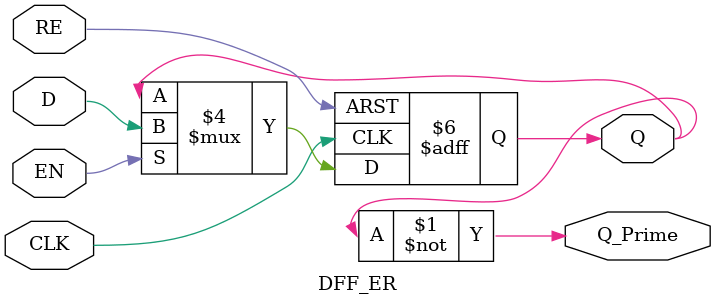
<source format=v>
`timescale 1ns / 1ps


module DFF_ER(
    input wire D,
    input wire CLK,
    input wire EN,
    input wire RE,
    output reg Q,
    output wire Q_Prime
    );
    
    //-----------------------------------------------------------------------------
    // Transition Logic
    //-----------------------------------------------------------------------------
    
    // Initialize out value to 0
    initial begin
        Q = 1'b0;
    end
    
    // Continuously assign ~Q to the complement of Q
    assign Q_Prime = ~Q;
    
    always @ (posedge CLK or posedge RE) begin
        // If reset detected, set output to 0
        if (RE) begin
            Q <= 0;
        end
        // If no reset and flip flop is enabled, pass D to output
        else if (EN) begin
            Q <= D;
        end
    end
endmodule

</source>
